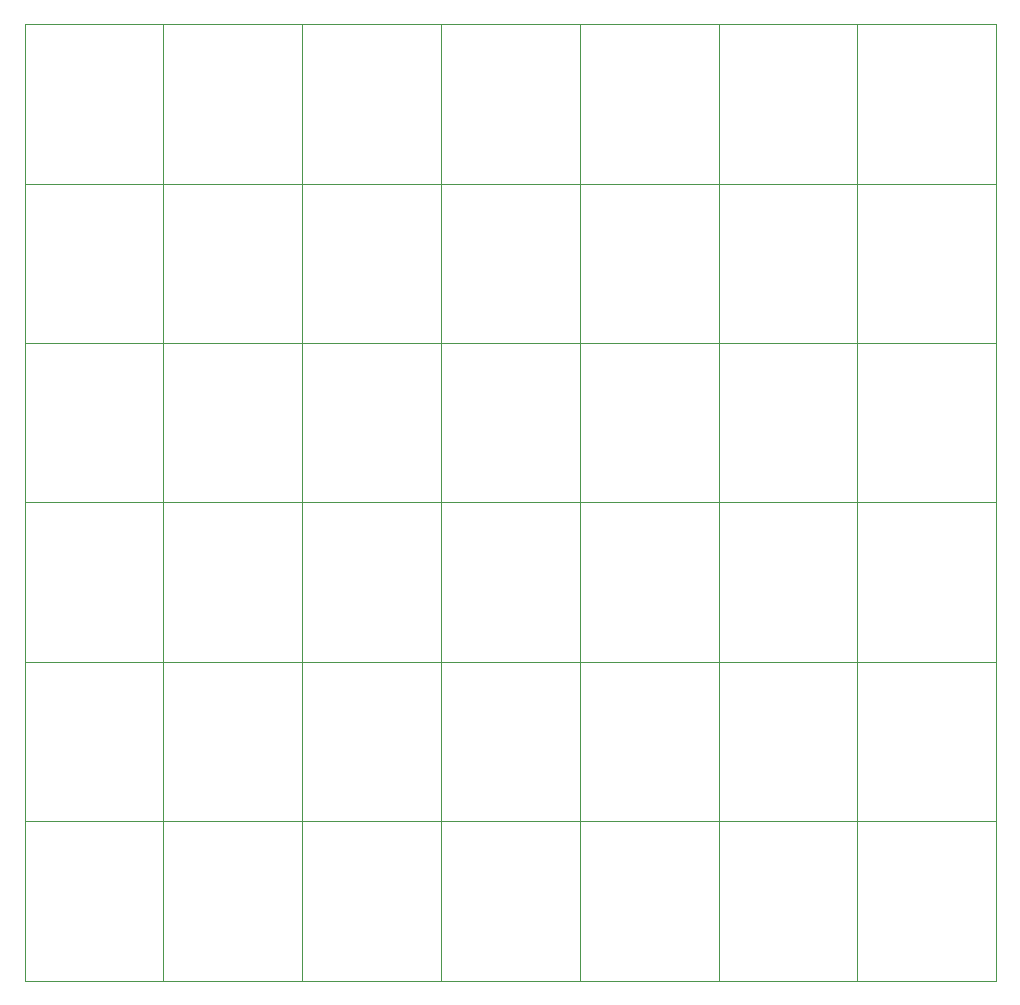
<source format=gbr>
G04 #@! TF.GenerationSoftware,KiCad,Pcbnew,5.1.0-060a0da~80~ubuntu18.04.1*
G04 #@! TF.CreationDate,2019-05-13T00:31:07+02:00*
G04 #@! TF.ProjectId,spi_connector_board_micromatch_only_5x5_panel,7370695f-636f-46e6-9e65-63746f725f62,rev?*
G04 #@! TF.SameCoordinates,Original*
G04 #@! TF.FileFunction,Profile,NP*
%FSLAX46Y46*%
G04 Gerber Fmt 4.6, Leading zero omitted, Abs format (unit mm)*
G04 Created by KiCad (PCBNEW 5.1.0-060a0da~80~ubuntu18.04.1) date 2019-05-13 00:31:07*
%MOMM*%
%LPD*%
G04 APERTURE LIST*
%ADD10C,0.050000*%
G04 APERTURE END LIST*
D10*
X148681500Y-154405000D02*
X148681500Y-140905000D01*
X136931500Y-154405000D02*
X136931500Y-140905000D01*
X125181500Y-154405000D02*
X125181500Y-140905000D01*
X113431500Y-154405000D02*
X113431500Y-140905000D01*
X101681500Y-154405000D02*
X101681500Y-140905000D01*
X89931500Y-154405000D02*
X89931500Y-140905000D01*
X78181500Y-154405000D02*
X78181500Y-140905000D01*
X148681500Y-140905000D02*
X148681500Y-127405000D01*
X136931500Y-140905000D02*
X136931500Y-127405000D01*
X125181500Y-140905000D02*
X125181500Y-127405000D01*
X113431500Y-140905000D02*
X113431500Y-127405000D01*
X101681500Y-140905000D02*
X101681500Y-127405000D01*
X89931500Y-140905000D02*
X89931500Y-127405000D01*
X78181500Y-140905000D02*
X78181500Y-127405000D01*
X148681500Y-127405000D02*
X148681500Y-113905000D01*
X136931500Y-127405000D02*
X136931500Y-113905000D01*
X125181500Y-127405000D02*
X125181500Y-113905000D01*
X113431500Y-127405000D02*
X113431500Y-113905000D01*
X101681500Y-127405000D02*
X101681500Y-113905000D01*
X89931500Y-127405000D02*
X89931500Y-113905000D01*
X78181500Y-127405000D02*
X78181500Y-113905000D01*
X148681500Y-113905000D02*
X148681500Y-100405000D01*
X136931500Y-113905000D02*
X136931500Y-100405000D01*
X125181500Y-113905000D02*
X125181500Y-100405000D01*
X113431500Y-113905000D02*
X113431500Y-100405000D01*
X101681500Y-113905000D02*
X101681500Y-100405000D01*
X89931500Y-113905000D02*
X89931500Y-100405000D01*
X78181500Y-113905000D02*
X78181500Y-100405000D01*
X148681500Y-100405000D02*
X148681500Y-86905000D01*
X136931500Y-100405000D02*
X136931500Y-86905000D01*
X125181500Y-100405000D02*
X125181500Y-86905000D01*
X113431500Y-100405000D02*
X113431500Y-86905000D01*
X101681500Y-100405000D02*
X101681500Y-86905000D01*
X89931500Y-100405000D02*
X89931500Y-86905000D01*
X78181500Y-100405000D02*
X78181500Y-86905000D01*
X148681500Y-86905000D02*
X148681500Y-73405000D01*
X136931500Y-86905000D02*
X136931500Y-73405000D01*
X125181500Y-86905000D02*
X125181500Y-73405000D01*
X113431500Y-86905000D02*
X113431500Y-73405000D01*
X101681500Y-86905000D02*
X101681500Y-73405000D01*
X89931500Y-86905000D02*
X89931500Y-73405000D01*
X160431500Y-154405000D02*
X148681500Y-154405000D01*
X148681500Y-154405000D02*
X136931500Y-154405000D01*
X136931500Y-154405000D02*
X125181500Y-154405000D01*
X125181500Y-154405000D02*
X113431500Y-154405000D01*
X113431500Y-154405000D02*
X101681500Y-154405000D01*
X101681500Y-154405000D02*
X89931500Y-154405000D01*
X89931500Y-154405000D02*
X78181500Y-154405000D01*
X160431500Y-140905000D02*
X148681500Y-140905000D01*
X148681500Y-140905000D02*
X136931500Y-140905000D01*
X136931500Y-140905000D02*
X125181500Y-140905000D01*
X125181500Y-140905000D02*
X113431500Y-140905000D01*
X113431500Y-140905000D02*
X101681500Y-140905000D01*
X101681500Y-140905000D02*
X89931500Y-140905000D01*
X89931500Y-140905000D02*
X78181500Y-140905000D01*
X160431500Y-127405000D02*
X148681500Y-127405000D01*
X148681500Y-127405000D02*
X136931500Y-127405000D01*
X136931500Y-127405000D02*
X125181500Y-127405000D01*
X125181500Y-127405000D02*
X113431500Y-127405000D01*
X113431500Y-127405000D02*
X101681500Y-127405000D01*
X101681500Y-127405000D02*
X89931500Y-127405000D01*
X89931500Y-127405000D02*
X78181500Y-127405000D01*
X160431500Y-113905000D02*
X148681500Y-113905000D01*
X148681500Y-113905000D02*
X136931500Y-113905000D01*
X136931500Y-113905000D02*
X125181500Y-113905000D01*
X125181500Y-113905000D02*
X113431500Y-113905000D01*
X113431500Y-113905000D02*
X101681500Y-113905000D01*
X101681500Y-113905000D02*
X89931500Y-113905000D01*
X89931500Y-113905000D02*
X78181500Y-113905000D01*
X160431500Y-100405000D02*
X148681500Y-100405000D01*
X148681500Y-100405000D02*
X136931500Y-100405000D01*
X136931500Y-100405000D02*
X125181500Y-100405000D01*
X125181500Y-100405000D02*
X113431500Y-100405000D01*
X113431500Y-100405000D02*
X101681500Y-100405000D01*
X101681500Y-100405000D02*
X89931500Y-100405000D01*
X89931500Y-100405000D02*
X78181500Y-100405000D01*
X160431500Y-86905000D02*
X148681500Y-86905000D01*
X148681500Y-86905000D02*
X136931500Y-86905000D01*
X136931500Y-86905000D02*
X125181500Y-86905000D01*
X125181500Y-86905000D02*
X113431500Y-86905000D01*
X113431500Y-86905000D02*
X101681500Y-86905000D01*
X101681500Y-86905000D02*
X89931500Y-86905000D01*
X160431500Y-140905000D02*
X160431500Y-154405000D01*
X148681500Y-140905000D02*
X148681500Y-154405000D01*
X136931500Y-140905000D02*
X136931500Y-154405000D01*
X125181500Y-140905000D02*
X125181500Y-154405000D01*
X113431500Y-140905000D02*
X113431500Y-154405000D01*
X101681500Y-140905000D02*
X101681500Y-154405000D01*
X89931500Y-140905000D02*
X89931500Y-154405000D01*
X160431500Y-127405000D02*
X160431500Y-140905000D01*
X148681500Y-127405000D02*
X148681500Y-140905000D01*
X136931500Y-127405000D02*
X136931500Y-140905000D01*
X125181500Y-127405000D02*
X125181500Y-140905000D01*
X113431500Y-127405000D02*
X113431500Y-140905000D01*
X101681500Y-127405000D02*
X101681500Y-140905000D01*
X89931500Y-127405000D02*
X89931500Y-140905000D01*
X160431500Y-113905000D02*
X160431500Y-127405000D01*
X148681500Y-113905000D02*
X148681500Y-127405000D01*
X136931500Y-113905000D02*
X136931500Y-127405000D01*
X125181500Y-113905000D02*
X125181500Y-127405000D01*
X113431500Y-113905000D02*
X113431500Y-127405000D01*
X101681500Y-113905000D02*
X101681500Y-127405000D01*
X89931500Y-113905000D02*
X89931500Y-127405000D01*
X160431500Y-100405000D02*
X160431500Y-113905000D01*
X148681500Y-100405000D02*
X148681500Y-113905000D01*
X136931500Y-100405000D02*
X136931500Y-113905000D01*
X125181500Y-100405000D02*
X125181500Y-113905000D01*
X113431500Y-100405000D02*
X113431500Y-113905000D01*
X101681500Y-100405000D02*
X101681500Y-113905000D01*
X89931500Y-100405000D02*
X89931500Y-113905000D01*
X160431500Y-86905000D02*
X160431500Y-100405000D01*
X148681500Y-86905000D02*
X148681500Y-100405000D01*
X136931500Y-86905000D02*
X136931500Y-100405000D01*
X125181500Y-86905000D02*
X125181500Y-100405000D01*
X113431500Y-86905000D02*
X113431500Y-100405000D01*
X101681500Y-86905000D02*
X101681500Y-100405000D01*
X89931500Y-86905000D02*
X89931500Y-100405000D01*
X160431500Y-73405000D02*
X160431500Y-86905000D01*
X148681500Y-73405000D02*
X148681500Y-86905000D01*
X136931500Y-73405000D02*
X136931500Y-86905000D01*
X125181500Y-73405000D02*
X125181500Y-86905000D01*
X113431500Y-73405000D02*
X113431500Y-86905000D01*
X101681500Y-73405000D02*
X101681500Y-86905000D01*
X148681500Y-140905000D02*
X160431500Y-140905000D01*
X136931500Y-140905000D02*
X148681500Y-140905000D01*
X125181500Y-140905000D02*
X136931500Y-140905000D01*
X113431500Y-140905000D02*
X125181500Y-140905000D01*
X101681500Y-140905000D02*
X113431500Y-140905000D01*
X89931500Y-140905000D02*
X101681500Y-140905000D01*
X78181500Y-140905000D02*
X89931500Y-140905000D01*
X148681500Y-127405000D02*
X160431500Y-127405000D01*
X136931500Y-127405000D02*
X148681500Y-127405000D01*
X125181500Y-127405000D02*
X136931500Y-127405000D01*
X113431500Y-127405000D02*
X125181500Y-127405000D01*
X101681500Y-127405000D02*
X113431500Y-127405000D01*
X89931500Y-127405000D02*
X101681500Y-127405000D01*
X78181500Y-127405000D02*
X89931500Y-127405000D01*
X148681500Y-113905000D02*
X160431500Y-113905000D01*
X136931500Y-113905000D02*
X148681500Y-113905000D01*
X125181500Y-113905000D02*
X136931500Y-113905000D01*
X113431500Y-113905000D02*
X125181500Y-113905000D01*
X101681500Y-113905000D02*
X113431500Y-113905000D01*
X89931500Y-113905000D02*
X101681500Y-113905000D01*
X78181500Y-113905000D02*
X89931500Y-113905000D01*
X148681500Y-100405000D02*
X160431500Y-100405000D01*
X136931500Y-100405000D02*
X148681500Y-100405000D01*
X125181500Y-100405000D02*
X136931500Y-100405000D01*
X113431500Y-100405000D02*
X125181500Y-100405000D01*
X101681500Y-100405000D02*
X113431500Y-100405000D01*
X89931500Y-100405000D02*
X101681500Y-100405000D01*
X78181500Y-100405000D02*
X89931500Y-100405000D01*
X148681500Y-86905000D02*
X160431500Y-86905000D01*
X136931500Y-86905000D02*
X148681500Y-86905000D01*
X125181500Y-86905000D02*
X136931500Y-86905000D01*
X113431500Y-86905000D02*
X125181500Y-86905000D01*
X101681500Y-86905000D02*
X113431500Y-86905000D01*
X89931500Y-86905000D02*
X101681500Y-86905000D01*
X78181500Y-86905000D02*
X89931500Y-86905000D01*
X148681500Y-73405000D02*
X160431500Y-73405000D01*
X136931500Y-73405000D02*
X148681500Y-73405000D01*
X125181500Y-73405000D02*
X136931500Y-73405000D01*
X113431500Y-73405000D02*
X125181500Y-73405000D01*
X101681500Y-73405000D02*
X113431500Y-73405000D01*
X89931500Y-73405000D02*
X101681500Y-73405000D01*
X78181500Y-73405000D02*
X89931500Y-73405000D01*
X89931500Y-73405000D02*
X89931500Y-86905000D01*
X89931500Y-86905000D02*
X78181500Y-86905000D01*
X78181500Y-86905000D02*
X78181500Y-73405000D01*
M02*

</source>
